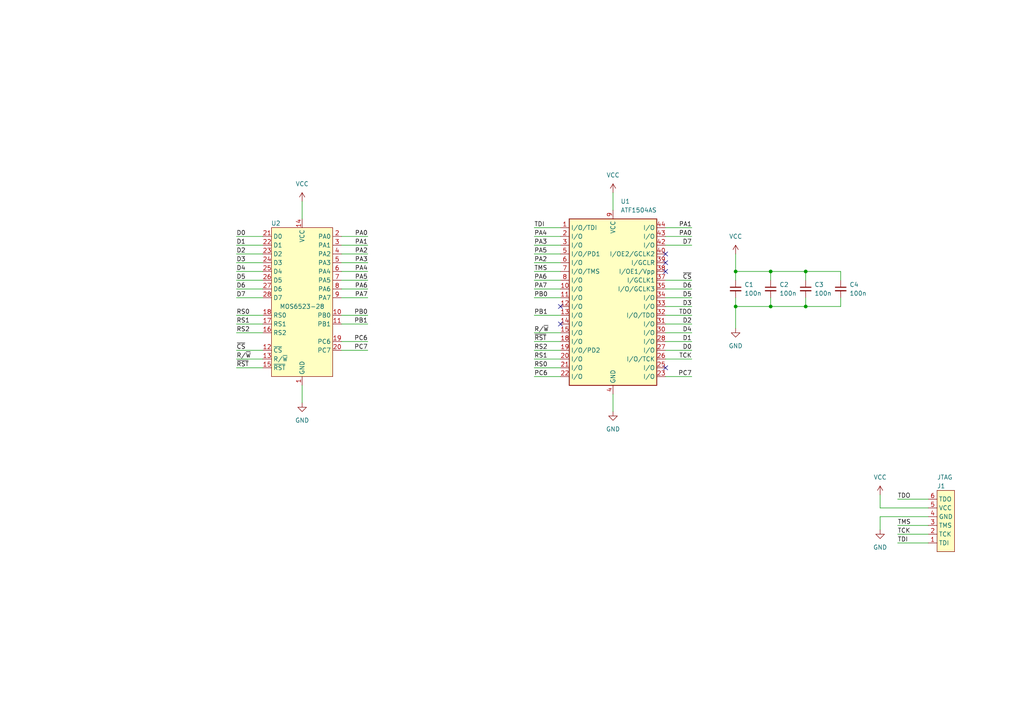
<source format=kicad_sch>
(kicad_sch (version 20231120) (generator "eeschema") (generator_version "8.0")
  (paper "A4")
  (title_block (title "MOS6523-28 Replacement \"Fake6523-28\"") (date "2025-01-06") (rev "3"))
  (lib_symbols
    (symbol "CPLD_Microchip:ATF1504AS-xAx44"
      (property "Reference" "U" (at -12.7 24.13 0))
      (property "Value" "ATF1504AS-xAx44" (at 12.7 24.13 0))
      (symbol "ATF1504AS-xAx44_0_1"
        (rectangle (start -12.7 22.86) (end 12.7 -25.4) (stroke (width 0.254)) (fill (type background)))
      )
      (symbol "ATF1504AS-xAx44_1_1"
        (pin bidirectional line (at -15.24 20.32 0) (length 2.54) (name "I/O/TDI") (number "1"))
        (pin bidirectional line (at -15.24 2.54 0) (length 2.54) (name "I/O") (number "10"))
        (pin bidirectional line (at -15.24 0 0) (length 2.54) (name "I/O") (number "11"))
        (pin bidirectional line (at -15.24 -2.54 0) (length 2.54) (name "I/O") (number "12"))
        (pin bidirectional line (at -15.24 -5.08 0) (length 2.54) (name "I/O") (number "13"))
        (pin bidirectional line (at -15.24 -7.62 0) (length 2.54) (name "I/O") (number "14"))
        (pin bidirectional line (at -15.24 -10.16 0) (length 2.54) (name "I/O") (number "15"))
        (pin passive line (at 0 -27.94 90) (length 2.54) hide (name "GND") (number "16"))
        (pin passive line (at 0 25.4 270) (length 2.54) hide (name "VCC") (number "17"))
        (pin bidirectional line (at -15.24 -12.7 0) (length 2.54) (name "I/O") (number "18"))
        (pin bidirectional line (at -15.24 -15.24 0) (length 2.54) (name "I/O/PD2") (number "19"))
        (pin bidirectional line (at -15.24 17.78 0) (length 2.54) (name "I/O") (number "2"))
        (pin bidirectional line (at -15.24 -17.78 0) (length 2.54) (name "I/O") (number "20"))
        (pin bidirectional line (at -15.24 -20.32 0) (length 2.54) (name "I/O") (number "21"))
        (pin bidirectional line (at -15.24 -22.86 0) (length 2.54) (name "I/O") (number "22"))
        (pin bidirectional line (at 15.24 -22.86 180) (length 2.54) (name "I/O") (number "23"))
        (pin passive line (at 0 -27.94 90) (length 2.54) hide (name "GND") (number "24"))
        (pin bidirectional line (at 15.24 -20.32 180) (length 2.54) (name "I/O") (number "25"))
        (pin bidirectional line (at 15.24 -17.78 180) (length 2.54) (name "I/O/TCK") (number "26"))
        (pin bidirectional line (at 15.24 -15.24 180) (length 2.54) (name "I/O") (number "27"))
        (pin bidirectional line (at 15.24 -12.7 180) (length 2.54) (name "I/O") (number "28"))
        (pin passive line (at 0 25.4 270) (length 2.54) hide (name "VCC") (number "29"))
        (pin bidirectional line (at -15.24 15.24 0) (length 2.54) (name "I/O") (number "3"))
        (pin bidirectional line (at 15.24 -10.16 180) (length 2.54) (name "I/O") (number "30"))
        (pin bidirectional line (at 15.24 -7.62 180) (length 2.54) (name "I/O") (number "31"))
        (pin bidirectional line (at 15.24 -5.08 180) (length 2.54) (name "I/O/TDO") (number "32"))
        (pin bidirectional line (at 15.24 -2.54 180) (length 2.54) (name "I/O") (number "33"))
        (pin bidirectional line (at 15.24 0 180) (length 2.54) (name "I/O") (number "34"))
        (pin bidirectional line (at 15.24 2.54 180) (length 2.54) (name "I/O/GCLK3") (number "35"))
        (pin passive line (at 0 -27.94 90) (length 2.54) hide (name "GND") (number "36"))
        (pin input line (at 15.24 5.08 180) (length 2.54) (name "I/GCLK1") (number "37"))
        (pin input line (at 15.24 7.62 180) (length 2.54) (name "I/OE1/Vpp") (number "38"))
        (pin input line (at 15.24 10.16 180) (length 2.54) (name "I/GCLR") (number "39"))
        (pin power_in line (at 0 -27.94 90) (length 2.54) (name "GND") (number "4"))
        (pin input line (at 15.24 12.7 180) (length 2.54) (name "I/OE2/GCLK2") (number "40"))
        (pin passive line (at 0 25.4 270) (length 2.54) hide (name "VCC") (number "41"))
        (pin bidirectional line (at 15.24 15.24 180) (length 2.54) (name "I/O") (number "42"))
        (pin bidirectional line (at 15.24 17.78 180) (length 2.54) (name "I/O") (number "43"))
        (pin bidirectional line (at 15.24 20.32 180) (length 2.54) (name "I/O") (number "44"))
        (pin bidirectional line (at -15.24 12.7 0) (length 2.54) (name "I/O/PD1") (number "5"))
        (pin bidirectional line (at -15.24 10.16 0) (length 2.54) (name "I/O") (number "6"))
        (pin bidirectional line (at -15.24 7.62 0) (length 2.54) (name "I/O/TMS") (number "7"))
        (pin bidirectional line (at -15.24 5.08 0) (length 2.54) (name "I/O") (number "8"))
        (pin power_in line (at 0 25.4 270) (length 2.54) (name "VCC") (number "9"))
      )
    )
    (symbol "Device:C_Small" (pin_numbers hide) (pin_names (offset 0.254) hide)
      (property "Reference" "C" (at 0.254 1.778 0))
      (property "Value" "C_Small" (at 0.254 -2.032 0))
      (symbol "C_Small_0_1"
        (polyline (pts (xy -1.524 -0.508) (xy 1.524 -0.508)) (stroke (width 0.3302)))
        (polyline (pts (xy -1.524 0.508) (xy 1.524 0.508)) (stroke (width 0.3048)))
      )
      (symbol "C_Small_1_1"
        (pin passive line (at 0 2.54 270) (length 2.032) (name "~") (number "1"))
        (pin passive line (at 0 -2.54 90) (length 2.032) (name "~") (number "2"))
      )
    )
    (symbol "JTAG_header:JTAG_Header"
      (property "Reference" "J" (at -2.54 3.81 0))
      (property "Value" "JTAG" (at -2.54 6.35 0))
      (symbol "JTAG_Header_1_1"
        (rectangle (start -2.54 2.54) (end 2.54 -15.24) (fill (type background)))
        (pin bidirectional line (at -5.08 0 0) (length 2.54) (name "TDI") (number "1"))
        (pin bidirectional line (at -5.08 -2.54 0) (length 2.54) (name "TCK") (number "2"))
        (pin bidirectional line (at -5.08 -5.08 0) (length 2.54) (name "TMS") (number "3"))
        (pin power_in line (at -5.08 -7.62 0) (length 2.54) (name "GND") (number "4"))
        (pin power_in line (at -5.08 -10.16 0) (length 2.54) (name "VCC") (number "5"))
        (pin bidirectional line (at -5.08 -12.7 0) (length 2.54) (name "TDO") (number "6"))
      )
    )
    (symbol "MOS6523:MOS6523-28"
      (property "Reference" "U" (at -7.62 22.86 0))
      (property "Value" "MOS6523-28" (at 7.62 -22.86 0))
      (symbol "MOS6523-28_1_1"
        (rectangle (start -8.89 21.59) (end 8.89 -21.59) (fill (type background)))
        (pin power_in line (at 0 -24.13 90) (length 2.54) (name "GND") (number "1"))
        (pin bidirectional line (at 11.43 -3.81 180) (length 2.54) (name "PB0") (number "10"))
        (pin bidirectional line (at 11.43 -6.35 180) (length 2.54) (name "PB1") (number "11"))
        (pin input line (at -11.43 -13.97 0) (length 2.54) (name "~{CS}") (number "12"))
        (pin input line (at -11.43 -16.51 0) (length 2.54) (name "R/~{W}") (number "13"))
        (pin power_in line (at 0 24.13 270) (length 2.54) (name "VCC") (number "14"))
        (pin input line (at -11.43 -19.05 0) (length 2.54) (name "~{RST}") (number "15"))
        (pin input line (at -11.43 -8.89 0) (length 2.54) (name "RS2") (number "16"))
        (pin input line (at -11.43 -6.35 0) (length 2.54) (name "RS1") (number "17"))
        (pin input line (at -11.43 -3.81 0) (length 2.54) (name "RS0") (number "18"))
        (pin bidirectional line (at 11.43 -11.43 180) (length 2.54) (name "PC6") (number "19"))
        (pin bidirectional line (at 11.43 19.05 180) (length 2.54) (name "PA0") (number "2"))
        (pin bidirectional line (at 11.43 -13.97 180) (length 2.54) (name "PC7") (number "20"))
        (pin bidirectional line (at -11.43 19.05 0) (length 2.54) (name "D0") (number "21"))
        (pin bidirectional line (at -11.43 16.51 0) (length 2.54) (name "D1") (number "22"))
        (pin bidirectional line (at -11.43 13.97 0) (length 2.54) (name "D2") (number "23"))
        (pin bidirectional line (at -11.43 11.43 0) (length 2.54) (name "D3") (number "24"))
        (pin bidirectional line (at -11.43 8.89 0) (length 2.54) (name "D4") (number "25"))
        (pin bidirectional line (at -11.43 6.35 0) (length 2.54) (name "D5") (number "26"))
        (pin bidirectional line (at -11.43 3.81 0) (length 2.54) (name "D6") (number "27"))
        (pin bidirectional line (at -11.43 1.27 0) (length 2.54) (name "D7") (number "28"))
        (pin bidirectional line (at 11.43 16.51 180) (length 2.54) (name "PA1") (number "3"))
        (pin bidirectional line (at 11.43 13.97 180) (length 2.54) (name "PA2") (number "4"))
        (pin bidirectional line (at 11.43 11.43 180) (length 2.54) (name "PA3") (number "5"))
        (pin bidirectional line (at 11.43 8.89 180) (length 2.54) (name "PA4") (number "6"))
        (pin bidirectional line (at 11.43 6.35 180) (length 2.54) (name "PA5") (number "7"))
        (pin bidirectional line (at 11.43 3.81 180) (length 2.54) (name "PA6") (number "8"))
        (pin bidirectional line (at 11.43 1.27 180) (length 2.54) (name "PA7") (number "9"))
      )
    )
    (symbol "power:GND" (power) (pin_names (offset 0))
      (property "Value" "GND" (at 0 -3.81 0))
      (symbol "GND_0_1"
        (polyline (pts (xy 0 0) (xy 0 -1.27) (xy 1.27 -1.27) (xy 0 -2.54) (xy -1.27 -1.27) (xy 0 -1.27)))
      )
      (symbol "GND_1_1"
        (pin power_in line (at 0 0 270) (length 0) hide (name "GND") (number "1"))
      )
    )
    (symbol "power:VCC" (power) (pin_names (offset 0))
      (property "Value" "VCC" (at 0 3.81 0))
      (symbol "VCC_0_1"
        (polyline (pts (xy -0.762 1.27) (xy 0 2.54)))
        (polyline (pts (xy 0 0) (xy 0 2.54)))
        (polyline (pts (xy 0 2.54) (xy 0.762 1.27)))
      )
      (symbol "VCC_1_1"
        (pin power_in line (at 0 0 90) (length 0) hide (name "VCC") (number "1"))
      )
    )
  )
  (junction (at 213.36 78.74))
  (junction (at 233.68 88.9))
  (junction (at 223.52 78.74))
  (junction (at 233.68 78.74))
  (junction (at 213.36 88.9))
  (junction (at 223.52 88.9))
  (no_connect (at 162.56 88.9))
  (no_connect (at 193.04 78.74))
  (no_connect (at 193.04 106.68))
  (no_connect (at 193.04 76.2))
  (no_connect (at 162.56 93.98))
  (no_connect (at 193.04 73.66))
  (wire (pts (xy 87.63 58.42) (xy 87.63 63.5)))
  (wire (pts (xy 200.66 68.58) (xy 193.04 68.58)))
  (wire (pts (xy 255.27 153.67) (xy 255.27 149.86)))
  (wire (pts (xy 223.52 86.36) (xy 223.52 88.9)))
  (wire (pts (xy 213.36 73.66) (xy 213.36 78.74)))
  (wire (pts (xy 68.58 91.44) (xy 76.2 91.44)))
  (wire (pts (xy 68.58 101.6) (xy 76.2 101.6)))
  (wire (pts (xy 68.58 83.82) (xy 76.2 83.82)))
  (wire (pts (xy 162.56 66.04) (xy 154.94 66.04)))
  (wire (pts (xy 68.58 78.74) (xy 76.2 78.74)))
  (wire (pts (xy 154.94 71.12) (xy 162.56 71.12)))
  (wire (pts (xy 260.35 154.94) (xy 269.24 154.94)))
  (wire (pts (xy 233.68 78.74) (xy 233.68 81.28)))
  (wire (pts (xy 233.68 88.9) (xy 243.84 88.9)))
  (wire (pts (xy 99.06 78.74) (xy 106.68 78.74)))
  (wire (pts (xy 255.27 143.51) (xy 255.27 147.32)))
  (wire (pts (xy 68.58 68.58) (xy 76.2 68.58)))
  (wire (pts (xy 213.36 88.9) (xy 223.52 88.9)))
  (wire (pts (xy 68.58 76.2) (xy 76.2 76.2)))
  (wire (pts (xy 87.63 111.76) (xy 87.63 116.84)))
  (wire (pts (xy 260.35 144.78) (xy 269.24 144.78)))
  (wire (pts (xy 200.66 88.9) (xy 193.04 88.9)))
  (wire (pts (xy 193.04 81.28) (xy 200.66 81.28)))
  (wire (pts (xy 200.66 93.98) (xy 193.04 93.98)))
  (wire (pts (xy 223.52 88.9) (xy 233.68 88.9)))
  (wire (pts (xy 162.56 101.6) (xy 154.94 101.6)))
  (wire (pts (xy 177.8 55.88) (xy 177.8 60.96)))
  (wire (pts (xy 223.52 78.74) (xy 233.68 78.74)))
  (wire (pts (xy 260.35 152.4) (xy 269.24 152.4)))
  (wire (pts (xy 200.66 109.22) (xy 193.04 109.22)))
  (wire (pts (xy 243.84 78.74) (xy 243.84 81.28)))
  (wire (pts (xy 99.06 68.58) (xy 106.68 68.58)))
  (wire (pts (xy 162.56 104.14) (xy 154.94 104.14)))
  (wire (pts (xy 68.58 71.12) (xy 76.2 71.12)))
  (wire (pts (xy 200.66 71.12) (xy 193.04 71.12)))
  (wire (pts (xy 162.56 78.74) (xy 154.94 78.74)))
  (wire (pts (xy 99.06 93.98) (xy 106.68 93.98)))
  (wire (pts (xy 154.94 68.58) (xy 162.56 68.58)))
  (wire (pts (xy 223.52 78.74) (xy 223.52 81.28)))
  (wire (pts (xy 193.04 91.44) (xy 200.66 91.44)))
  (wire (pts (xy 200.66 101.6) (xy 193.04 101.6)))
  (wire (pts (xy 243.84 88.9) (xy 243.84 86.36)))
  (wire (pts (xy 68.58 86.36) (xy 76.2 86.36)))
  (wire (pts (xy 68.58 81.28) (xy 76.2 81.28)))
  (wire (pts (xy 99.06 73.66) (xy 106.68 73.66)))
  (wire (pts (xy 260.35 157.48) (xy 269.24 157.48)))
  (wire (pts (xy 68.58 106.68) (xy 76.2 106.68)))
  (wire (pts (xy 200.66 99.06) (xy 193.04 99.06)))
  (wire (pts (xy 68.58 104.14) (xy 76.2 104.14)))
  (wire (pts (xy 154.94 83.82) (xy 162.56 83.82)))
  (wire (pts (xy 154.94 76.2) (xy 162.56 76.2)))
  (wire (pts (xy 162.56 91.44) (xy 154.94 91.44)))
  (wire (pts (xy 99.06 83.82) (xy 106.68 83.82)))
  (wire (pts (xy 213.36 86.36) (xy 213.36 88.9)))
  (wire (pts (xy 99.06 86.36) (xy 106.68 86.36)))
  (wire (pts (xy 154.94 81.28) (xy 162.56 81.28)))
  (wire (pts (xy 99.06 99.06) (xy 106.68 99.06)))
  (wire (pts (xy 162.56 99.06) (xy 154.94 99.06)))
  (wire (pts (xy 162.56 86.36) (xy 154.94 86.36)))
  (wire (pts (xy 68.58 73.66) (xy 76.2 73.66)))
  (wire (pts (xy 213.36 88.9) (xy 213.36 95.25)))
  (wire (pts (xy 200.66 96.52) (xy 193.04 96.52)))
  (wire (pts (xy 193.04 104.14) (xy 200.66 104.14)))
  (wire (pts (xy 255.27 147.32) (xy 269.24 147.32)))
  (wire (pts (xy 99.06 91.44) (xy 106.68 91.44)))
  (wire (pts (xy 154.94 109.22) (xy 162.56 109.22)))
  (wire (pts (xy 99.06 76.2) (xy 106.68 76.2)))
  (wire (pts (xy 68.58 96.52) (xy 76.2 96.52)))
  (wire (pts (xy 177.8 114.3) (xy 177.8 119.38)))
  (wire (pts (xy 233.68 78.74) (xy 243.84 78.74)))
  (wire (pts (xy 162.56 106.68) (xy 154.94 106.68)))
  (wire (pts (xy 68.58 93.98) (xy 76.2 93.98)))
  (wire (pts (xy 233.68 86.36) (xy 233.68 88.9)))
  (wire (pts (xy 99.06 101.6) (xy 106.68 101.6)))
  (wire (pts (xy 200.66 83.82) (xy 193.04 83.82)))
  (wire (pts (xy 99.06 81.28) (xy 106.68 81.28)))
  (wire (pts (xy 213.36 78.74) (xy 223.52 78.74)))
  (wire (pts (xy 213.36 81.28) (xy 213.36 78.74)))
  (wire (pts (xy 255.27 149.86) (xy 269.24 149.86)))
  (wire (pts (xy 200.66 66.04) (xy 193.04 66.04)))
  (wire (pts (xy 99.06 71.12) (xy 106.68 71.12)))
  (wire (pts (xy 200.66 86.36) (xy 193.04 86.36)))
  (wire (pts (xy 162.56 96.52) (xy 154.94 96.52)))
  (wire (pts (xy 154.94 73.66) (xy 162.56 73.66)))
  (label "TMS" (at 260.35 152.4 0))
  (label "PA3" (at 106.68 76.2 180))
  (label "D7" (at 68.58 86.36 0))
  (label "PA1" (at 106.68 71.12 180))
  (label "D2" (at 68.58 73.66 0))
  (label "D2" (at 200.66 93.98 180))
  (label "D5" (at 200.66 86.36 180))
  (label "PC6" (at 154.94 109.22 0))
  (label "PB0" (at 106.68 91.44 180))
  (label "TDO" (at 200.66 91.44 180))
  (label "D5" (at 68.58 81.28 0))
  (label "D0" (at 68.58 68.58 0))
  (label "PA1" (at 200.66 66.04 180))
  (label "D0" (at 200.66 101.6 180))
  (label "RS0" (at 68.58 91.44 0))
  (label "D7" (at 200.66 71.12 180))
  (label "~{RST}" (at 154.94 99.06 0))
  (label "PB1" (at 154.94 91.44 0))
  (label "PA4" (at 106.68 78.74 180))
  (label "D1" (at 200.66 99.06 180))
  (label "PA4" (at 154.94 68.58 0))
  (label "D6" (at 68.58 83.82 0))
  (label "TDI" (at 154.94 66.04 0))
  (label "PA7" (at 106.68 86.36 180))
  (label "PB1" (at 106.68 93.98 180))
  (label "RS1" (at 68.58 93.98 0))
  (label "RS1" (at 154.94 104.14 0))
  (label "~{RST}" (at 68.58 106.68 0))
  (label "D1" (at 68.58 71.12 0))
  (label "PA2" (at 106.68 73.66 180))
  (label "D4" (at 68.58 78.74 0))
  (label "TCK" (at 260.35 154.94 0))
  (label "PA5" (at 106.68 81.28 180))
  (label "TCK" (at 200.66 104.14 180))
  (label "PC6" (at 106.68 99.06 180))
  (label "D3" (at 200.66 88.9 180))
  (label "PB0" (at 154.94 86.36 0))
  (label "PA2" (at 154.94 76.2 0))
  (label "PA0" (at 106.68 68.58 180))
  (label "PA0" (at 200.66 68.58 180))
  (label "D3" (at 68.58 76.2 0))
  (label "PC7" (at 106.68 101.6 180))
  (label "TDI" (at 260.35 157.48 0))
  (label "R{slash}~{W}" (at 154.94 96.52 0))
  (label "RS2" (at 154.94 101.6 0))
  (label "PA3" (at 154.94 71.12 0))
  (label "D4" (at 200.66 96.52 180))
  (label "R{slash}~{W}" (at 68.58 104.14 0))
  (label "TMS" (at 154.94 78.74 0))
  (label "~{CS}" (at 200.66 81.28 180))
  (label "RS2" (at 68.58 96.52 0))
  (label "PA7" (at 154.94 83.82 0))
  (label "PA5" (at 154.94 73.66 0))
  (label "D6" (at 200.66 83.82 180))
  (label "PA6" (at 106.68 83.82 180))
  (label "PC7" (at 200.66 109.22 180))
  (label "~{CS}" (at 68.58 101.6 0))
  (label "PA6" (at 154.94 81.28 0))
  (label "RS0" (at 154.94 106.68 0))
  (label "TDO" (at 260.35 144.78 0))
  (symbol (lib_id "power:GND") (at 87.63 116.84 0) (unit 1)
    (property "Reference" "#PWR04" (effects (hide yes)))
    (property "Value" "GND" (at 87.63 121.92 0))
  )
  (symbol (lib_id "JTAG_header:JTAG_Header") (at 274.32 157.48 0) (mirror x) (unit 1)
    (property "Reference" "J1" (at 271.78 140.97 0) (effects (justify left)))
    (property "Value" "JTAG" (at 271.78 138.43 0) (effects (justify left)))
    (property "Footprint" "Connector_PinHeader_2.54mm:PinHeader_2x03_P2.54mm_Vertical" (effects (hide yes)))
  )
  (symbol (lib_id "Device:C_Small") (at 223.52 83.82 0) (unit 1)
    (property "Reference" "C2" (at 226.06 82.5563 0) (effects (justify left)))
    (property "Value" "100n" (at 226.06 85.0963 0) (effects (justify left)))
    (property "Footprint" "Capacitor_SMD:C_0603_1608Metric_Pad1.08x0.95mm_HandSolder" (effects (hide yes)))
  )
  (symbol (lib_id "power:VCC") (at 177.8 55.88 0) (unit 1)
    (property "Reference" "#PWR07" (effects (hide yes)))
    (property "Value" "VCC" (at 177.8 50.8 0))
  )
  (symbol (lib_id "Device:C_Small") (at 213.36 83.82 0) (unit 1)
    (property "Reference" "C1" (at 215.9 82.5563 0) (effects (justify left)))
    (property "Value" "100n" (at 215.9 85.0963 0) (effects (justify left)))
    (property "Footprint" "Capacitor_SMD:C_0603_1608Metric_Pad1.08x0.95mm_HandSolder" (effects (hide yes)))
  )
  (symbol (lib_id "MOS6523:MOS6523-28") (at 87.63 87.63 0) (unit 1)
    (property "Reference" "U2" (at 80.01 64.77 0))
    (property "Value" "MOS6523-28" (at 87.63 88.9 0))
    (property "Footprint" "Per:DIP-28_W15.24mm_BottomHeadersFlat" (effects (hide yes)))
  )
  (symbol (lib_id "Device:C_Small") (at 243.84 83.82 0) (unit 1)
    (property "Reference" "C4" (at 246.38 82.5563 0) (effects (justify left)))
    (property "Value" "100n" (at 246.38 85.0963 0) (effects (justify left)))
    (property "Footprint" "Capacitor_SMD:C_0603_1608Metric_Pad1.08x0.95mm_HandSolder" (effects (hide yes)))
  )
  (symbol (lib_id "Device:C_Small") (at 233.68 83.82 0) (unit 1)
    (property "Reference" "C3" (at 236.22 82.5563 0) (effects (justify left)))
    (property "Value" "100n" (at 236.22 85.0963 0) (effects (justify left)))
    (property "Footprint" "Capacitor_SMD:C_0603_1608Metric_Pad1.08x0.95mm_HandSolder" (effects (hide yes)))
  )
  (symbol (lib_id "power:GND") (at 177.8 119.38 0) (unit 1)
    (property "Reference" "#PWR02" (effects (hide yes)))
    (property "Value" "GND" (at 177.8 124.46 0))
  )
  (symbol (lib_id "power:GND") (at 213.36 95.25 0) (unit 1)
    (property "Reference" "#PWR010" (effects (hide yes)))
    (property "Value" "GND" (at 213.36 100.33 0))
  )
  (symbol (lib_id "power:VCC") (at 255.27 143.51 0) (unit 1)
    (property "Reference" "#PWR06" (effects (hide yes)))
    (property "Value" "VCC" (at 255.27 138.43 0))
  )
  (symbol (lib_id "power:VCC") (at 87.63 58.42 0) (unit 1)
    (property "Reference" "#PWR03" (effects (hide yes)))
    (property "Value" "VCC" (at 87.63 53.34 0))
  )
  (symbol (lib_id "CPLD_Microchip:ATF1504AS-xAx44") (at 177.8 86.36 0) (unit 1)
    (property "Reference" "U1" (at 179.9941 58.42 0) (effects (justify left)))
    (property "Value" "ATF1504AS" (at 179.9941 60.96 0) (effects (justify left)))
    (property "Footprint" "Package_QFP:TQFP-44_10x10mm_P0.8mm" (effects (hide yes)))
    (property "Datasheet" "http://ww1.microchip.com/downloads/en/DeviceDoc/Atmel-0950-CPLD-ATF1504AS(L)-Datasheet.pdf" (effects (hide yes)))
    (property "Description" "Microchip CPLD, 64 Macrocell, 5 V, TQFP-44" (effects (hide yes)))
  )
  (symbol (lib_id "power:VCC") (at 213.36 73.66 0) (unit 1)
    (property "Reference" "#PWR01" (effects (hide yes)))
    (property "Value" "VCC" (at 213.36 68.58 0))
  )
  (symbol (lib_id "power:GND") (at 255.27 153.67 0) (unit 1)
    (property "Reference" "#PWR05" (effects (hide yes)))
    (property "Value" "GND" (at 255.27 158.75 0))
  )
)
</source>
